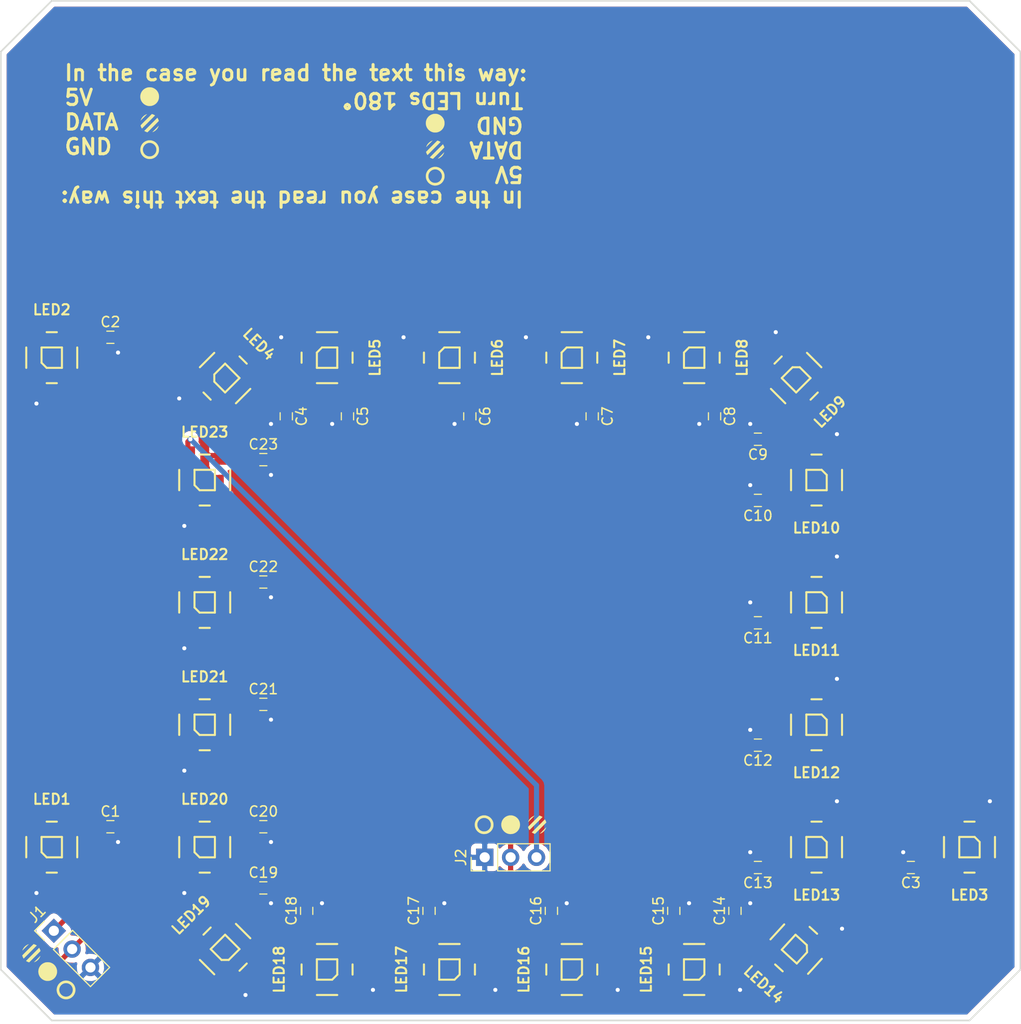
<source format=kicad_pcb>
(kicad_pcb (version 4) (host pcbnew 4.0.7)
  (layers (0 F.Cu signal) (31 B.Cu signal) (34 B.Paste user) (35 F.Paste user) (36 B.SilkS user) (37 F.SilkS user) (38 B.Mask user) (39 F.Mask user) (44 Edge.Cuts user))
  (net 0 "")
  (net 1 GND)
  (net 2 5V)
  (net 3 DATA_IN)
  (net 4 DATA_OUT)
  (net 5 "Net-(LED1-Pad2)")
  (net 6 "Net-(LED2-Pad2)")
  (net 7 "Net-(LED3-Pad2)")
  (net 8 "Net-(LED4-Pad2)")
  (net 9 "Net-(LED5-Pad2)")
  (net 10 "Net-(LED6-Pad2)")
  (net 11 "Net-(LED7-Pad2)")
  (net 12 DATA_INOUT_1)
  (net 13 "Net-(LED10-Pad4)")
  (net 14 "Net-(LED10-Pad2)")
  (net 15 "Net-(LED11-Pad2)")
  (net 16 "Net-(LED12-Pad2)")
  (net 17 "Net-(LED13-Pad2)")
  (net 18 "Net-(LED14-Pad2)")
  (net 19 "Net-(LED15-Pad2)")
  (net 20 DATA_INOUT_2)
  (net 21 "Net-(LED17-Pad2)")
  (net 22 "Net-(LED18-Pad2)")
  (net 23 "Net-(LED19-Pad2)")
  (net 24 "Net-(LED20-Pad2)")
  (net 25 "Net-(LED21-Pad2)")
  (net 26 "Net-(LED22-Pad2)")
  (module lib_fp:legend_item_round_circled (layer F.Cu) (at 137.4 130.8)
    (fp_text reference G*** hide)
    (fp_text value LOGO hide)
  )
  (module lib_fp:legend_item_round_stripe (layer F.Cu) (at 142.6 130.8)
    (fp_text reference G*** hide)
    (fp_text value LOGO hide)
  )
  (module lib_fp:legend_item_round_plain (layer F.Cu) (at 140 130.8)
    (fp_text reference G*** hide)
    (fp_text value LOGO hide)
  )
  (module lib_fp:legend_item_round_circled (layer F.Cu) (at 96.4 147)
    (fp_text reference G*** hide)
    (fp_text value LOGO hide)
  )
  (module lib_fp:legend_item_round_stripe (layer F.Cu) (at 93 143.4)
    (fp_text reference G*** hide)
    (fp_text value LOGO hide)
  )
  (module lib_fp:legend_item_round_plain (layer F.Cu) (at 94.6 145.2)
    (fp_text reference G*** hide)
    (fp_text value LOGO hide)
  )
  (module lib_fp:legend_item_round_circled (layer F.Cu) (at 132.6 67.2)
    (fp_text reference G*** hide)
    (fp_text value LOGO hide)
  )
  (module lib_fp:legend_item_round_stripe (layer F.Cu) (at 132.6 64.6)
    (fp_text reference G*** hide)
    (fp_text value LOGO hide)
  )
  (module lib_fp:legend_item_round_plain (layer F.Cu) (at 132.6 62)
    (fp_text reference G*** hide)
    (fp_text value LOGO hide)
  )
  (module Capacitors_SMD:C_0603 (layer F.Cu) (at 115.75 95)
    (fp_text reference C23 (at 0 -1.5) (layer F.SilkS))
    (fp_text value 100nF)
    (pad 2 smd rect (at 0.75 0) (size 0.8 0.75) (layers F.Cu F.Paste F.Mask) (net 1 GND))
    (pad 1 smd rect (at -0.75 0) (size 0.8 0.75) (layers F.Cu F.Paste F.Mask) (net 2 5V))
  )
  (module Capacitors_SMD:C_0603 (layer F.Cu) (at 115.75 107)
    (fp_text reference C22 (at 0 -1.5) (layer F.SilkS))
    (fp_text value 100nF)
    (pad 2 smd rect (at 0.75 0) (size 0.8 0.75) (layers F.Cu F.Paste F.Mask) (net 1 GND))
    (pad 1 smd rect (at -0.75 0) (size 0.8 0.75) (layers F.Cu F.Paste F.Mask) (net 2 5V))
  )
  (module Capacitors_SMD:C_0603 (layer F.Cu) (at 115.75 119)
    (fp_text reference C21 (at 0 -1.5) (layer F.SilkS))
    (fp_text value 100nF)
    (pad 2 smd rect (at 0.75 0) (size 0.8 0.75) (layers F.Cu F.Paste F.Mask) (net 1 GND))
    (pad 1 smd rect (at -0.75 0) (size 0.8 0.75) (layers F.Cu F.Paste F.Mask) (net 2 5V))
  )
  (module Pin_Headers:Pin_Header_Straight_1x03_Pitch2.54mm (layer F.Cu) (at 137.46 134 90)
    (fp_text reference J2 (at 0 -2.33 90) (layer F.SilkS))
    (fp_text value Conn_01x03)
    (pad 1 thru_hole rect (at 0 0 90) (size 1.7 1.7) (drill 1) (layers *.Cu *.Mask) (net 1 GND))
    (pad 2 thru_hole oval (at 0 2.54 90) (size 1.7 1.7) (drill 1) (layers *.Cu *.Mask) (net 2 5V))
    (pad 3 thru_hole oval (at 0 5.08 90) (size 1.7 1.7) (drill 1) (layers *.Cu *.Mask) (net 4 DATA_OUT))
  )
  (module Pin_Headers:Pin_Header_Straight_1x03_Pitch2.54mm (layer F.Cu) (at 95.203949 141.203949 45)
    (fp_text reference J1 (at 0 -2.33 45) (layer F.SilkS))
    (fp_text value Conn_01x03)
    (pad 1 thru_hole rect (at 0 0 45) (size 1.7 1.7) (drill 1) (layers *.Cu *.Mask) (net 3 DATA_IN))
    (pad 2 thru_hole oval (at 0 2.54 45) (size 1.7 1.7) (drill 1) (layers *.Cu *.Mask) (net 2 5V))
    (pad 3 thru_hole oval (at 0 5.08 45) (size 1.7 1.7) (drill 1) (layers *.Cu *.Mask) (net 1 GND))
  )
  (module Capacitors_SMD:C_0603 (layer F.Cu) (at 115.75 131)
    (fp_text reference C20 (at 0 -1.5) (layer F.SilkS))
    (fp_text value 100nF)
    (pad 2 smd rect (at 0.75 0) (size 0.8 0.75) (layers F.Cu F.Paste F.Mask) (net 1 GND))
    (pad 1 smd rect (at -0.75 0) (size 0.8 0.75) (layers F.Cu F.Paste F.Mask) (net 2 5V))
  )
  (module Capacitors_SMD:C_0603 (layer F.Cu) (at 115.75 137)
    (fp_text reference C19 (at 0 -1.5) (layer F.SilkS))
    (fp_text value 100nF)
    (pad 2 smd rect (at 0.75 0) (size 0.8 0.75) (layers F.Cu F.Paste F.Mask) (net 1 GND))
    (pad 1 smd rect (at -0.75 0) (size 0.8 0.75) (layers F.Cu F.Paste F.Mask) (net 2 5V))
  )
  (module Capacitors_SMD:C_0603 (layer F.Cu) (at 120 139.25 90)
    (fp_text reference C18 (at 0 -1.5 90) (layer F.SilkS))
    (fp_text value 100nF)
    (pad 2 smd rect (at 0.75 0 90) (size 0.8 0.75) (layers F.Cu F.Paste F.Mask) (net 1 GND))
    (pad 1 smd rect (at -0.75 0 90) (size 0.8 0.75) (layers F.Cu F.Paste F.Mask) (net 2 5V))
  )
  (module Capacitors_SMD:C_0603 (layer F.Cu) (at 132 139.25 90)
    (fp_text reference C17 (at 0 -1.5 90) (layer F.SilkS))
    (fp_text value 100nF)
    (pad 2 smd rect (at 0.75 0 90) (size 0.8 0.75) (layers F.Cu F.Paste F.Mask) (net 1 GND))
    (pad 1 smd rect (at -0.75 0 90) (size 0.8 0.75) (layers F.Cu F.Paste F.Mask) (net 2 5V))
  )
  (module Capacitors_SMD:C_0603 (layer F.Cu) (at 144 139.25 90)
    (fp_text reference C16 (at 0 -1.5 90) (layer F.SilkS))
    (fp_text value 100nF)
    (pad 2 smd rect (at 0.75 0 90) (size 0.8 0.75) (layers F.Cu F.Paste F.Mask) (net 1 GND))
    (pad 1 smd rect (at -0.75 0 90) (size 0.8 0.75) (layers F.Cu F.Paste F.Mask) (net 2 5V))
  )
  (module Capacitors_SMD:C_0603 (layer F.Cu) (at 156 139.25 90)
    (fp_text reference C15 (at 0 -1.5 90) (layer F.SilkS))
    (fp_text value 100nF)
    (pad 2 smd rect (at 0.75 0 90) (size 0.8 0.75) (layers F.Cu F.Paste F.Mask) (net 1 GND))
    (pad 1 smd rect (at -0.75 0 90) (size 0.8 0.75) (layers F.Cu F.Paste F.Mask) (net 2 5V))
  )
  (module Capacitors_SMD:C_0603 (layer F.Cu) (at 162 139.25 90)
    (fp_text reference C14 (at 0 -1.5 90) (layer F.SilkS))
    (fp_text value 100nF)
    (pad 2 smd rect (at 0.75 0 90) (size 0.8 0.75) (layers F.Cu F.Paste F.Mask) (net 1 GND))
    (pad 1 smd rect (at -0.75 0 90) (size 0.8 0.75) (layers F.Cu F.Paste F.Mask) (net 2 5V))
  )
  (module Capacitors_SMD:C_0603 (layer F.Cu) (at 164.25 135 180)
    (fp_text reference C13 (at 0 -1.5 180) (layer F.SilkS))
    (fp_text value 100nF)
    (pad 2 smd rect (at 0.75 0 180) (size 0.8 0.75) (layers F.Cu F.Paste F.Mask) (net 1 GND))
    (pad 1 smd rect (at -0.75 0 180) (size 0.8 0.75) (layers F.Cu F.Paste F.Mask) (net 2 5V))
  )
  (module Capacitors_SMD:C_0603 (layer F.Cu) (at 164.25 123 180)
    (fp_text reference C12 (at 0 -1.5 180) (layer F.SilkS))
    (fp_text value 100nF)
    (pad 2 smd rect (at 0.75 0 180) (size 0.8 0.75) (layers F.Cu F.Paste F.Mask) (net 1 GND))
    (pad 1 smd rect (at -0.75 0 180) (size 0.8 0.75) (layers F.Cu F.Paste F.Mask) (net 2 5V))
  )
  (module Capacitors_SMD:C_0603 (layer F.Cu) (at 164.25 111 180)
    (fp_text reference C11 (at 0 -1.5 180) (layer F.SilkS))
    (fp_text value 100nF)
    (pad 2 smd rect (at 0.75 0 180) (size 0.8 0.75) (layers F.Cu F.Paste F.Mask) (net 1 GND))
    (pad 1 smd rect (at -0.75 0 180) (size 0.8 0.75) (layers F.Cu F.Paste F.Mask) (net 2 5V))
  )
  (module Capacitors_SMD:C_0603 (layer F.Cu) (at 164.25 99 180)
    (fp_text reference C10 (at 0 -1.5 180) (layer F.SilkS))
    (fp_text value 100nF)
    (pad 2 smd rect (at 0.75 0 180) (size 0.8 0.75) (layers F.Cu F.Paste F.Mask) (net 1 GND))
    (pad 1 smd rect (at -0.75 0 180) (size 0.8 0.75) (layers F.Cu F.Paste F.Mask) (net 2 5V))
  )
  (module Capacitors_SMD:C_0603 (layer F.Cu) (at 164.25 93 180)
    (fp_text reference C9 (at 0 -1.5 180) (layer F.SilkS))
    (fp_text value 100nF)
    (pad 2 smd rect (at 0.75 0 180) (size 0.8 0.75) (layers F.Cu F.Paste F.Mask) (net 1 GND))
    (pad 1 smd rect (at -0.75 0 180) (size 0.8 0.75) (layers F.Cu F.Paste F.Mask) (net 2 5V))
  )
  (module Capacitors_SMD:C_0603 (layer F.Cu) (at 160 90.75 270)
    (fp_text reference C8 (at 0 -1.5 270) (layer F.SilkS))
    (fp_text value 100nF)
    (pad 2 smd rect (at 0.75 0 270) (size 0.8 0.75) (layers F.Cu F.Paste F.Mask) (net 1 GND))
    (pad 1 smd rect (at -0.75 0 270) (size 0.8 0.75) (layers F.Cu F.Paste F.Mask) (net 2 5V))
  )
  (module Capacitors_SMD:C_0603 (layer F.Cu) (at 148 90.75 270)
    (fp_text reference C7 (at 0 -1.5 270) (layer F.SilkS))
    (fp_text value 100nF)
    (pad 2 smd rect (at 0.75 0 270) (size 0.8 0.75) (layers F.Cu F.Paste F.Mask) (net 1 GND))
    (pad 1 smd rect (at -0.75 0 270) (size 0.8 0.75) (layers F.Cu F.Paste F.Mask) (net 2 5V))
  )
  (module Capacitors_SMD:C_0603 (layer F.Cu) (at 136 90.75 270)
    (fp_text reference C6 (at 0 -1.5 270) (layer F.SilkS))
    (fp_text value 100nF)
    (pad 2 smd rect (at 0.75 0 270) (size 0.8 0.75) (layers F.Cu F.Paste F.Mask) (net 1 GND))
    (pad 1 smd rect (at -0.75 0 270) (size 0.8 0.75) (layers F.Cu F.Paste F.Mask) (net 2 5V))
  )
  (module Capacitors_SMD:C_0603 (layer F.Cu) (at 124 90.75 270)
    (fp_text reference C5 (at 0 -1.5 270) (layer F.SilkS))
    (fp_text value 100nF)
    (pad 2 smd rect (at 0.75 0 270) (size 0.8 0.75) (layers F.Cu F.Paste F.Mask) (net 1 GND))
    (pad 1 smd rect (at -0.75 0 270) (size 0.8 0.75) (layers F.Cu F.Paste F.Mask) (net 2 5V))
  )
  (module Capacitors_SMD:C_0603 (layer F.Cu) (at 118 90.75 270)
    (fp_text reference C4 (at 0 -1.5 270) (layer F.SilkS))
    (fp_text value 100nF)
    (pad 2 smd rect (at 0.75 0 270) (size 0.8 0.75) (layers F.Cu F.Paste F.Mask) (net 1 GND))
    (pad 1 smd rect (at -0.75 0 270) (size 0.8 0.75) (layers F.Cu F.Paste F.Mask) (net 2 5V))
  )
  (module Capacitors_SMD:C_0603 (layer F.Cu) (at 179.25 135 180)
    (fp_text reference C3 (at 0 -1.5 180) (layer F.SilkS))
    (fp_text value 100nF)
    (pad 2 smd rect (at 0.75 0 180) (size 0.8 0.75) (layers F.Cu F.Paste F.Mask) (net 1 GND))
    (pad 1 smd rect (at -0.75 0 180) (size 0.8 0.75) (layers F.Cu F.Paste F.Mask) (net 2 5V))
  )
  (module Capacitors_SMD:C_0603 (layer F.Cu) (at 100.75 83)
    (fp_text reference C2 (at 0 -1.5) (layer F.SilkS))
    (fp_text value 100nF)
    (pad 2 smd rect (at 0.75 0) (size 0.8 0.75) (layers F.Cu F.Paste F.Mask) (net 1 GND))
    (pad 1 smd rect (at -0.75 0) (size 0.8 0.75) (layers F.Cu F.Paste F.Mask) (net 2 5V))
  )
  (module Capacitors_SMD:C_0603 (layer F.Cu) (at 100.75 131)
    (fp_text reference C1 (at 0 -1.5) (layer F.SilkS))
    (fp_text value 100nF)
    (pad 2 smd rect (at 0.75 0) (size 0.8 0.75) (layers F.Cu F.Paste F.Mask) (net 1 GND))
    (pad 1 smd rect (at -0.75 0) (size 0.8 0.75) (layers F.Cu F.Paste F.Mask) (net 2 5V))
  )
  (module lib_fp:WS2812B_data-bridgeable (layer F.Cu) (at 95 85)
    (fp_text reference LED2 (at 0 -4.7) (layer F.SilkS) (effects (font (thickness 0.2))))
    (fp_text value WS2812B hide)
    (pad 1 smd rect (at 1.65 -2.4) (size 1.4 1.8) (layers F.Cu F.Paste F.Mask) (net 2 5V))
    (pad 2 smd rect (at -1.65 -2.4) (size 1.4 1.8) (layers F.Cu F.Paste F.Mask) (net 6 "Net-(LED2-Pad2)"))
    (pad 3 smd rect (at -1.65 2.4) (size 1.4 1.8) (layers F.Cu F.Paste F.Mask) (net 1 GND))
    (pad 4 smd rect (at 1.65 2.4) (size 1.4 1.8) (layers F.Cu F.Paste F.Mask) (net 5 "Net-(LED1-Pad2)"))
    (pad 4 smd rect (at 1.6 1) (size 0.5 3) (layers F.Cu) (net 5 "Net-(LED1-Pad2)"))
    (pad 2 smd rect (at -1 0) (size 1.7 1) (layers F.Cu) (net 6 "Net-(LED2-Pad2)"))
    (pad 4 smd rect (at 1 0) (size 1.7 1) (layers F.Cu) (net 5 "Net-(LED1-Pad2)"))
    (pad 2 smd rect (at -1.6 -1) (size 0.5 3) (layers F.Cu) (net 6 "Net-(LED2-Pad2)"))
    (pad 4 smd rect (at 0.4 0) (size 0.5 1) (layers F.Cu F.Mask) (net 5 "Net-(LED1-Pad2)"))
    (pad 2 smd rect (at -0.4 0) (size 0.5 1) (layers F.Cu F.Mask) (net 6 "Net-(LED2-Pad2)"))
    (pad 2 smd rect (at -1.6 -0.3) (size 0.5 1.6) (layers F.Cu) (net 6 "Net-(LED2-Pad2)"))
    (pad 4 smd rect (at 1.6 0.3) (size 0.5 1.6) (layers F.Cu) (net 5 "Net-(LED1-Pad2)"))
  )
  (module lib_fp:WS2812B_data-bridgeable (layer F.Cu) (at 110 97)
    (fp_text reference LED23 (at 0 -4.7) (layer F.SilkS) (effects (font (thickness 0.2))))
    (fp_text value WS2812B hide)
    (pad 1 smd rect (at 1.65 -2.4) (size 1.4 1.8) (layers F.Cu F.Paste F.Mask) (net 2 5V))
    (pad 2 smd rect (at -1.65 -2.4) (size 1.4 1.8) (layers F.Cu F.Paste F.Mask) (net 4 DATA_OUT))
    (pad 3 smd rect (at -1.65 2.4) (size 1.4 1.8) (layers F.Cu F.Paste F.Mask) (net 1 GND))
    (pad 4 smd rect (at 1.65 2.4) (size 1.4 1.8) (layers F.Cu F.Paste F.Mask) (net 26 "Net-(LED22-Pad2)"))
    (pad 4 smd rect (at 1.6 1) (size 0.5 3) (layers F.Cu) (net 26 "Net-(LED22-Pad2)"))
    (pad 2 smd rect (at -1 0) (size 1.7 1) (layers F.Cu) (net 4 DATA_OUT))
    (pad 4 smd rect (at 1 0) (size 1.7 1) (layers F.Cu) (net 26 "Net-(LED22-Pad2)"))
    (pad 2 smd rect (at -1.6 -1) (size 0.5 3) (layers F.Cu) (net 4 DATA_OUT))
    (pad 4 smd rect (at 0.4 0) (size 0.5 1) (layers F.Cu F.Mask) (net 26 "Net-(LED22-Pad2)"))
    (pad 2 smd rect (at -0.4 0) (size 0.5 1) (layers F.Cu F.Mask) (net 4 DATA_OUT))
    (pad 2 smd rect (at -1.6 -0.3) (size 0.5 1.6) (layers F.Cu) (net 4 DATA_OUT))
    (pad 4 smd rect (at 1.6 0.3) (size 0.5 1.6) (layers F.Cu) (net 26 "Net-(LED22-Pad2)"))
  )
  (module lib_fp:WS2812B_data-bridgeable (layer F.Cu) (at 110 109)
    (fp_text reference LED22 (at 0 -4.7) (layer F.SilkS) (effects (font (thickness 0.2))))
    (fp_text value WS2812B hide)
    (pad 1 smd rect (at 1.65 -2.4) (size 1.4 1.8) (layers F.Cu F.Paste F.Mask) (net 2 5V))
    (pad 2 smd rect (at -1.65 -2.4) (size 1.4 1.8) (layers F.Cu F.Paste F.Mask) (net 26 "Net-(LED22-Pad2)"))
    (pad 3 smd rect (at -1.65 2.4) (size 1.4 1.8) (layers F.Cu F.Paste F.Mask) (net 1 GND))
    (pad 4 smd rect (at 1.65 2.4) (size 1.4 1.8) (layers F.Cu F.Paste F.Mask) (net 25 "Net-(LED21-Pad2)"))
    (pad 4 smd rect (at 1.6 1) (size 0.5 3) (layers F.Cu) (net 25 "Net-(LED21-Pad2)"))
    (pad 2 smd rect (at -1 0) (size 1.7 1) (layers F.Cu) (net 26 "Net-(LED22-Pad2)"))
    (pad 4 smd rect (at 1 0) (size 1.7 1) (layers F.Cu) (net 25 "Net-(LED21-Pad2)"))
    (pad 2 smd rect (at -1.6 -1) (size 0.5 3) (layers F.Cu) (net 26 "Net-(LED22-Pad2)"))
    (pad 4 smd rect (at 0.4 0) (size 0.5 1) (layers F.Cu F.Mask) (net 25 "Net-(LED21-Pad2)"))
    (pad 2 smd rect (at -0.4 0) (size 0.5 1) (layers F.Cu F.Mask) (net 26 "Net-(LED22-Pad2)"))
    (pad 2 smd rect (at -1.6 -0.3) (size 0.5 1.6) (layers F.Cu) (net 26 "Net-(LED22-Pad2)"))
    (pad 4 smd rect (at 1.6 0.3) (size 0.5 1.6) (layers F.Cu) (net 25 "Net-(LED21-Pad2)"))
  )
  (module lib_fp:WS2812B_data-bridgeable (layer F.Cu) (at 110 121)
    (fp_text reference LED21 (at 0 -4.7) (layer F.SilkS) (effects (font (thickness 0.2))))
    (fp_text value WS2812B hide)
    (pad 1 smd rect (at 1.65 -2.4) (size 1.4 1.8) (layers F.Cu F.Paste F.Mask) (net 2 5V))
    (pad 2 smd rect (at -1.65 -2.4) (size 1.4 1.8) (layers F.Cu F.Paste F.Mask) (net 25 "Net-(LED21-Pad2)"))
    (pad 3 smd rect (at -1.65 2.4) (size 1.4 1.8) (layers F.Cu F.Paste F.Mask) (net 1 GND))
    (pad 4 smd rect (at 1.65 2.4) (size 1.4 1.8) (layers F.Cu F.Paste F.Mask) (net 24 "Net-(LED20-Pad2)"))
    (pad 4 smd rect (at 1.6 1) (size 0.5 3) (layers F.Cu) (net 24 "Net-(LED20-Pad2)"))
    (pad 2 smd rect (at -1 0) (size 1.7 1) (layers F.Cu) (net 25 "Net-(LED21-Pad2)"))
    (pad 4 smd rect (at 1 0) (size 1.7 1) (layers F.Cu) (net 24 "Net-(LED20-Pad2)"))
    (pad 2 smd rect (at -1.6 -1) (size 0.5 3) (layers F.Cu) (net 25 "Net-(LED21-Pad2)"))
    (pad 4 smd rect (at 0.4 0) (size 0.5 1) (layers F.Cu F.Mask) (net 24 "Net-(LED20-Pad2)"))
    (pad 2 smd rect (at -0.4 0) (size 0.5 1) (layers F.Cu F.Mask) (net 25 "Net-(LED21-Pad2)"))
    (pad 2 smd rect (at -1.6 -0.3) (size 0.5 1.6) (layers F.Cu) (net 25 "Net-(LED21-Pad2)"))
    (pad 4 smd rect (at 1.6 0.3) (size 0.5 1.6) (layers F.Cu) (net 24 "Net-(LED20-Pad2)"))
  )
  (module lib_fp:WS2812B_data-bridgeable (layer F.Cu) (at 110 133)
    (fp_text reference LED20 (at 0 -4.7) (layer F.SilkS) (effects (font (thickness 0.2))))
    (fp_text value WS2812B hide)
    (pad 1 smd rect (at 1.65 -2.4) (size 1.4 1.8) (layers F.Cu F.Paste F.Mask) (net 2 5V))
    (pad 2 smd rect (at -1.65 -2.4) (size 1.4 1.8) (layers F.Cu F.Paste F.Mask) (net 24 "Net-(LED20-Pad2)"))
    (pad 3 smd rect (at -1.65 2.4) (size 1.4 1.8) (layers F.Cu F.Paste F.Mask) (net 1 GND))
    (pad 4 smd rect (at 1.65 2.4) (size 1.4 1.8) (layers F.Cu F.Paste F.Mask) (net 23 "Net-(LED19-Pad2)"))
    (pad 4 smd rect (at 1.6 1) (size 0.5 3) (layers F.Cu) (net 23 "Net-(LED19-Pad2)"))
    (pad 2 smd rect (at -1 0) (size 1.7 1) (layers F.Cu) (net 24 "Net-(LED20-Pad2)"))
    (pad 4 smd rect (at 1 0) (size 1.7 1) (layers F.Cu) (net 23 "Net-(LED19-Pad2)"))
    (pad 2 smd rect (at -1.6 -1) (size 0.5 3) (layers F.Cu) (net 24 "Net-(LED20-Pad2)"))
    (pad 4 smd rect (at 0.4 0) (size 0.5 1) (layers F.Cu F.Mask) (net 23 "Net-(LED19-Pad2)"))
    (pad 2 smd rect (at -0.4 0) (size 0.5 1) (layers F.Cu F.Mask) (net 24 "Net-(LED20-Pad2)"))
    (pad 2 smd rect (at -1.6 -0.3) (size 0.5 1.6) (layers F.Cu) (net 24 "Net-(LED20-Pad2)"))
    (pad 4 smd rect (at 1.6 0.3) (size 0.5 1.6) (layers F.Cu) (net 23 "Net-(LED19-Pad2)"))
  )
  (module lib_fp:WS2812B_data-bridgeable (layer F.Cu) (at 112 143 45)
    (fp_text reference LED19 (at 0 -4.7 45) (layer F.SilkS) (effects (font (thickness 0.2))))
    (fp_text value WS2812B hide)
    (pad 1 smd rect (at 1.65 -2.4 45) (size 1.4 1.8) (layers F.Cu F.Paste F.Mask) (net 2 5V))
    (pad 2 smd rect (at -1.65 -2.4 45) (size 1.4 1.8) (layers F.Cu F.Paste F.Mask) (net 23 "Net-(LED19-Pad2)"))
    (pad 3 smd rect (at -1.65 2.4 45) (size 1.4 1.8) (layers F.Cu F.Paste F.Mask) (net 1 GND))
    (pad 4 smd rect (at 1.65 2.4 45) (size 1.4 1.8) (layers F.Cu F.Paste F.Mask) (net 22 "Net-(LED18-Pad2)"))
    (pad 4 smd rect (at 1.6 1 45) (size 0.5 3) (layers F.Cu) (net 22 "Net-(LED18-Pad2)"))
    (pad 2 smd rect (at -1 0 45) (size 1.7 1) (layers F.Cu) (net 23 "Net-(LED19-Pad2)"))
    (pad 4 smd rect (at 1 0 45) (size 1.7 1) (layers F.Cu) (net 22 "Net-(LED18-Pad2)"))
    (pad 2 smd rect (at -1.6 -1 45) (size 0.5 3) (layers F.Cu) (net 23 "Net-(LED19-Pad2)"))
    (pad 4 smd rect (at 0.4 0 45) (size 0.5 1) (layers F.Cu F.Mask) (net 22 "Net-(LED18-Pad2)"))
    (pad 2 smd rect (at -0.4 0 45) (size 0.5 1) (layers F.Cu F.Mask) (net 23 "Net-(LED19-Pad2)"))
    (pad 2 smd rect (at -1.6 -0.3 45) (size 0.5 1.6) (layers F.Cu) (net 23 "Net-(LED19-Pad2)"))
    (pad 4 smd rect (at 1.6 0.3 45) (size 0.5 1.6) (layers F.Cu) (net 22 "Net-(LED18-Pad2)"))
  )
  (module lib_fp:WS2812B_data-bridgeable (layer F.Cu) (at 122 145 90)
    (fp_text reference LED18 (at 0 -4.7 90) (layer F.SilkS) (effects (font (thickness 0.2))))
    (fp_text value WS2812B hide)
    (pad 1 smd rect (at 1.65 -2.4 90) (size 1.4 1.8) (layers F.Cu F.Paste F.Mask) (net 2 5V))
    (pad 2 smd rect (at -1.65 -2.4 90) (size 1.4 1.8) (layers F.Cu F.Paste F.Mask) (net 22 "Net-(LED18-Pad2)"))
    (pad 3 smd rect (at -1.65 2.4 90) (size 1.4 1.8) (layers F.Cu F.Paste F.Mask) (net 1 GND))
    (pad 4 smd rect (at 1.65 2.4 90) (size 1.4 1.8) (layers F.Cu F.Paste F.Mask) (net 21 "Net-(LED17-Pad2)"))
    (pad 4 smd rect (at 1.6 1 90) (size 0.5 3) (layers F.Cu) (net 21 "Net-(LED17-Pad2)"))
    (pad 2 smd rect (at -1 0 90) (size 1.7 1) (layers F.Cu) (net 22 "Net-(LED18-Pad2)"))
    (pad 4 smd rect (at 1 0 90) (size 1.7 1) (layers F.Cu) (net 21 "Net-(LED17-Pad2)"))
    (pad 2 smd rect (at -1.6 -1 90) (size 0.5 3) (layers F.Cu) (net 22 "Net-(LED18-Pad2)"))
    (pad 4 smd rect (at 0.4 0 90) (size 0.5 1) (layers F.Cu F.Mask) (net 21 "Net-(LED17-Pad2)"))
    (pad 2 smd rect (at -0.4 0 90) (size 0.5 1) (layers F.Cu F.Mask) (net 22 "Net-(LED18-Pad2)"))
    (pad 2 smd rect (at -1.6 -0.3 90) (size 0.5 1.6) (layers F.Cu) (net 22 "Net-(LED18-Pad2)"))
    (pad 4 smd rect (at 1.6 0.3 90) (size 0.5 1.6) (layers F.Cu) (net 21 "Net-(LED17-Pad2)"))
  )
  (module lib_fp:WS2812B_data-bridgeable (layer F.Cu) (at 134 145 90)
    (fp_text reference LED17 (at 0 -4.7 90) (layer F.SilkS) (effects (font (thickness 0.2))))
    (fp_text value WS2812B hide)
    (pad 1 smd rect (at 1.65 -2.4 90) (size 1.4 1.8) (layers F.Cu F.Paste F.Mask) (net 2 5V))
    (pad 2 smd rect (at -1.65 -2.4 90) (size 1.4 1.8) (layers F.Cu F.Paste F.Mask) (net 21 "Net-(LED17-Pad2)"))
    (pad 3 smd rect (at -1.65 2.4 90) (size 1.4 1.8) (layers F.Cu F.Paste F.Mask) (net 1 GND))
    (pad 4 smd rect (at 1.65 2.4 90) (size 1.4 1.8) (layers F.Cu F.Paste F.Mask) (net 20 DATA_INOUT_2))
    (pad 4 smd rect (at 1.6 1 90) (size 0.5 3) (layers F.Cu) (net 20 DATA_INOUT_2))
    (pad 2 smd rect (at -1 0 90) (size 1.7 1) (layers F.Cu) (net 21 "Net-(LED17-Pad2)"))
    (pad 4 smd rect (at 1 0 90) (size 1.7 1) (layers F.Cu) (net 20 DATA_INOUT_2))
    (pad 2 smd rect (at -1.6 -1 90) (size 0.5 3) (layers F.Cu) (net 21 "Net-(LED17-Pad2)"))
    (pad 4 smd rect (at 0.4 0 90) (size 0.5 1) (layers F.Cu F.Mask) (net 20 DATA_INOUT_2))
    (pad 2 smd rect (at -0.4 0 90) (size 0.5 1) (layers F.Cu F.Mask) (net 21 "Net-(LED17-Pad2)"))
    (pad 2 smd rect (at -1.6 -0.3 90) (size 0.5 1.6) (layers F.Cu) (net 21 "Net-(LED17-Pad2)"))
    (pad 4 smd rect (at 1.6 0.3 90) (size 0.5 1.6) (layers F.Cu) (net 20 DATA_INOUT_2))
  )
  (module lib_fp:WS2812B_data-bridgeable (layer F.Cu) (at 146 145 90)
    (fp_text reference LED16 (at 0 -4.7 90) (layer F.SilkS) (effects (font (thickness 0.2))))
    (fp_text value WS2812B hide)
    (pad 1 smd rect (at 1.65 -2.4 90) (size 1.4 1.8) (layers F.Cu F.Paste F.Mask) (net 2 5V))
    (pad 2 smd rect (at -1.65 -2.4 90) (size 1.4 1.8) (layers F.Cu F.Paste F.Mask) (net 20 DATA_INOUT_2))
    (pad 3 smd rect (at -1.65 2.4 90) (size 1.4 1.8) (layers F.Cu F.Paste F.Mask) (net 1 GND))
    (pad 4 smd rect (at 1.65 2.4 90) (size 1.4 1.8) (layers F.Cu F.Paste F.Mask) (net 19 "Net-(LED15-Pad2)"))
    (pad 4 smd rect (at 1.6 1 90) (size 0.5 3) (layers F.Cu) (net 19 "Net-(LED15-Pad2)"))
    (pad 2 smd rect (at -1 0 90) (size 1.7 1) (layers F.Cu) (net 20 DATA_INOUT_2))
    (pad 4 smd rect (at 1 0 90) (size 1.7 1) (layers F.Cu) (net 19 "Net-(LED15-Pad2)"))
    (pad 2 smd rect (at -1.6 -1 90) (size 0.5 3) (layers F.Cu) (net 20 DATA_INOUT_2))
    (pad 4 smd rect (at 0.4 0 90) (size 0.5 1) (layers F.Cu F.Mask) (net 19 "Net-(LED15-Pad2)"))
    (pad 2 smd rect (at -0.4 0 90) (size 0.5 1) (layers F.Cu F.Mask) (net 20 DATA_INOUT_2))
    (pad 2 smd rect (at -1.6 -0.3 90) (size 0.5 1.6) (layers F.Cu) (net 20 DATA_INOUT_2))
    (pad 4 smd rect (at 1.6 0.3 90) (size 0.5 1.6) (layers F.Cu) (net 19 "Net-(LED15-Pad2)"))
  )
  (module lib_fp:WS2812B_data-bridgeable (layer F.Cu) (at 158 145 90)
    (fp_text reference LED15 (at 0 -4.7 90) (layer F.SilkS) (effects (font (thickness 0.2))))
    (fp_text value WS2812B hide)
    (pad 1 smd rect (at 1.65 -2.4 90) (size 1.4 1.8) (layers F.Cu F.Paste F.Mask) (net 2 5V))
    (pad 2 smd rect (at -1.65 -2.4 90) (size 1.4 1.8) (layers F.Cu F.Paste F.Mask) (net 19 "Net-(LED15-Pad2)"))
    (pad 3 smd rect (at -1.65 2.4 90) (size 1.4 1.8) (layers F.Cu F.Paste F.Mask) (net 1 GND))
    (pad 4 smd rect (at 1.65 2.4 90) (size 1.4 1.8) (layers F.Cu F.Paste F.Mask) (net 18 "Net-(LED14-Pad2)"))
    (pad 4 smd rect (at 1.6 1 90) (size 0.5 3) (layers F.Cu) (net 18 "Net-(LED14-Pad2)"))
    (pad 2 smd rect (at -1 0 90) (size 1.7 1) (layers F.Cu) (net 19 "Net-(LED15-Pad2)"))
    (pad 4 smd rect (at 1 0 90) (size 1.7 1) (layers F.Cu) (net 18 "Net-(LED14-Pad2)"))
    (pad 2 smd rect (at -1.6 -1 90) (size 0.5 3) (layers F.Cu) (net 19 "Net-(LED15-Pad2)"))
    (pad 4 smd rect (at 0.4 0 90) (size 0.5 1) (layers F.Cu F.Mask) (net 18 "Net-(LED14-Pad2)"))
    (pad 2 smd rect (at -0.4 0 90) (size 0.5 1) (layers F.Cu F.Mask) (net 19 "Net-(LED15-Pad2)"))
    (pad 2 smd rect (at -1.6 -0.3 90) (size 0.5 1.6) (layers F.Cu) (net 19 "Net-(LED15-Pad2)"))
    (pad 4 smd rect (at 1.6 0.3 90) (size 0.5 1.6) (layers F.Cu) (net 18 "Net-(LED14-Pad2)"))
  )
  (module lib_fp:WS2812B_data-bridgeable (layer F.Cu) (at 168 143 137.5)
    (fp_text reference LED14 (at 0 -4.7 137.5) (layer F.SilkS) (effects (font (thickness 0.2))))
    (fp_text value WS2812B hide)
    (pad 1 smd rect (at 1.65 -2.4 137.5) (size 1.4 1.8) (layers F.Cu F.Paste F.Mask) (net 2 5V))
    (pad 2 smd rect (at -1.65 -2.4 137.5) (size 1.4 1.8) (layers F.Cu F.Paste F.Mask) (net 18 "Net-(LED14-Pad2)"))
    (pad 3 smd rect (at -1.65 2.4 137.5) (size 1.4 1.8) (layers F.Cu F.Paste F.Mask) (net 1 GND))
    (pad 4 smd rect (at 1.65 2.4 137.5) (size 1.4 1.8) (layers F.Cu F.Paste F.Mask) (net 17 "Net-(LED13-Pad2)"))
    (pad 4 smd rect (at 1.6 1 137.5) (size 0.5 3) (layers F.Cu) (net 17 "Net-(LED13-Pad2)"))
    (pad 2 smd rect (at -1 0 137.5) (size 1.7 1) (layers F.Cu) (net 18 "Net-(LED14-Pad2)"))
    (pad 4 smd rect (at 1 0 137.5) (size 1.7 1) (layers F.Cu) (net 17 "Net-(LED13-Pad2)"))
    (pad 2 smd rect (at -1.6 -1 137.5) (size 0.5 3) (layers F.Cu) (net 18 "Net-(LED14-Pad2)"))
    (pad 4 smd rect (at 0.4 0 137.5) (size 0.5 1) (layers F.Cu F.Mask) (net 17 "Net-(LED13-Pad2)"))
    (pad 2 smd rect (at -0.4 0 137.5) (size 0.5 1) (layers F.Cu F.Mask) (net 18 "Net-(LED14-Pad2)"))
    (pad 2 smd rect (at -1.6 -0.3 137.5) (size 0.5 1.6) (layers F.Cu) (net 18 "Net-(LED14-Pad2)"))
    (pad 4 smd rect (at 1.6 0.3 137.5) (size 0.5 1.6) (layers F.Cu) (net 17 "Net-(LED13-Pad2)"))
  )
  (module lib_fp:WS2812B_data-bridgeable (layer F.Cu) (at 170 133 180)
    (fp_text reference LED13 (at 0 -4.7 180) (layer F.SilkS) (effects (font (thickness 0.2))))
    (fp_text value WS2812B hide)
    (pad 1 smd rect (at 1.65 -2.4 180) (size 1.4 1.8) (layers F.Cu F.Paste F.Mask) (net 2 5V))
    (pad 2 smd rect (at -1.65 -2.4 180) (size 1.4 1.8) (layers F.Cu F.Paste F.Mask) (net 17 "Net-(LED13-Pad2)"))
    (pad 3 smd rect (at -1.65 2.4 180) (size 1.4 1.8) (layers F.Cu F.Paste F.Mask) (net 1 GND))
    (pad 4 smd rect (at 1.65 2.4 180) (size 1.4 1.8) (layers F.Cu F.Paste F.Mask) (net 16 "Net-(LED12-Pad2)"))
    (pad 4 smd rect (at 1.6 1 180) (size 0.5 3) (layers F.Cu) (net 16 "Net-(LED12-Pad2)"))
    (pad 2 smd rect (at -1 0 180) (size 1.7 1) (layers F.Cu) (net 17 "Net-(LED13-Pad2)"))
    (pad 4 smd rect (at 1 0 180) (size 1.7 1) (layers F.Cu) (net 16 "Net-(LED12-Pad2)"))
    (pad 2 smd rect (at -1.6 -1 180) (size 0.5 3) (layers F.Cu) (net 17 "Net-(LED13-Pad2)"))
    (pad 4 smd rect (at 0.4 0 180) (size 0.5 1) (layers F.Cu F.Mask) (net 16 "Net-(LED12-Pad2)"))
    (pad 2 smd rect (at -0.4 0 180) (size 0.5 1) (layers F.Cu F.Mask) (net 17 "Net-(LED13-Pad2)"))
    (pad 2 smd rect (at -1.6 -0.3 180) (size 0.5 1.6) (layers F.Cu) (net 17 "Net-(LED13-Pad2)"))
    (pad 4 smd rect (at 1.6 0.3 180) (size 0.5 1.6) (layers F.Cu) (net 16 "Net-(LED12-Pad2)"))
  )
  (module lib_fp:WS2812B_data-bridgeable (layer F.Cu) (at 170 121 180)
    (fp_text reference LED12 (at 0 -4.7 180) (layer F.SilkS) (effects (font (thickness 0.2))))
    (fp_text value WS2812B hide)
    (pad 1 smd rect (at 1.65 -2.4 180) (size 1.4 1.8) (layers F.Cu F.Paste F.Mask) (net 2 5V))
    (pad 2 smd rect (at -1.65 -2.4 180) (size 1.4 1.8) (layers F.Cu F.Paste F.Mask) (net 16 "Net-(LED12-Pad2)"))
    (pad 3 smd rect (at -1.65 2.4 180) (size 1.4 1.8) (layers F.Cu F.Paste F.Mask) (net 1 GND))
    (pad 4 smd rect (at 1.65 2.4 180) (size 1.4 1.8) (layers F.Cu F.Paste F.Mask) (net 15 "Net-(LED11-Pad2)"))
    (pad 4 smd rect (at 1.6 1 180) (size 0.5 3) (layers F.Cu) (net 15 "Net-(LED11-Pad2)"))
    (pad 2 smd rect (at -1 0 180) (size 1.7 1) (layers F.Cu) (net 16 "Net-(LED12-Pad2)"))
    (pad 4 smd rect (at 1 0 180) (size 1.7 1) (layers F.Cu) (net 15 "Net-(LED11-Pad2)"))
    (pad 2 smd rect (at -1.6 -1 180) (size 0.5 3) (layers F.Cu) (net 16 "Net-(LED12-Pad2)"))
    (pad 4 smd rect (at 0.4 0 180) (size 0.5 1) (layers F.Cu F.Mask) (net 15 "Net-(LED11-Pad2)"))
    (pad 2 smd rect (at -0.4 0 180) (size 0.5 1) (layers F.Cu F.Mask) (net 16 "Net-(LED12-Pad2)"))
    (pad 2 smd rect (at -1.6 -0.3 180) (size 0.5 1.6) (layers F.Cu) (net 16 "Net-(LED12-Pad2)"))
    (pad 4 smd rect (at 1.6 0.3 180) (size 0.5 1.6) (layers F.Cu) (net 15 "Net-(LED11-Pad2)"))
  )
  (module lib_fp:WS2812B_data-bridgeable (layer F.Cu) (at 170 109 180)
    (fp_text reference LED11 (at 0 -4.7 180) (layer F.SilkS) (effects (font (thickness 0.2))))
    (fp_text value WS2812B hide)
    (pad 1 smd rect (at 1.65 -2.4 180) (size 1.4 1.8) (layers F.Cu F.Paste F.Mask) (net 2 5V))
    (pad 2 smd rect (at -1.65 -2.4 180) (size 1.4 1.8) (layers F.Cu F.Paste F.Mask) (net 15 "Net-(LED11-Pad2)"))
    (pad 3 smd rect (at -1.65 2.4 180) (size 1.4 1.8) (layers F.Cu F.Paste F.Mask) (net 1 GND))
    (pad 4 smd rect (at 1.65 2.4 180) (size 1.4 1.8) (layers F.Cu F.Paste F.Mask) (net 14 "Net-(LED10-Pad2)"))
    (pad 4 smd rect (at 1.6 1 180) (size 0.5 3) (layers F.Cu) (net 14 "Net-(LED10-Pad2)"))
    (pad 2 smd rect (at -1 0 180) (size 1.7 1) (layers F.Cu) (net 15 "Net-(LED11-Pad2)"))
    (pad 4 smd rect (at 1 0 180) (size 1.7 1) (layers F.Cu) (net 14 "Net-(LED10-Pad2)"))
    (pad 2 smd rect (at -1.6 -1 180) (size 0.5 3) (layers F.Cu) (net 15 "Net-(LED11-Pad2)"))
    (pad 4 smd rect (at 0.4 0 180) (size 0.5 1) (layers F.Cu F.Mask) (net 14 "Net-(LED10-Pad2)"))
    (pad 2 smd rect (at -0.4 0 180) (size 0.5 1) (layers F.Cu F.Mask) (net 15 "Net-(LED11-Pad2)"))
    (pad 2 smd rect (at -1.6 -0.3 180) (size 0.5 1.6) (layers F.Cu) (net 15 "Net-(LED11-Pad2)"))
    (pad 4 smd rect (at 1.6 0.3 180) (size 0.5 1.6) (layers F.Cu) (net 14 "Net-(LED10-Pad2)"))
  )
  (module lib_fp:WS2812B_data-bridgeable (layer F.Cu) (at 170 97 180)
    (fp_text reference LED10 (at 0 -4.7 180) (layer F.SilkS) (effects (font (thickness 0.2))))
    (fp_text value WS2812B hide)
    (pad 1 smd rect (at 1.65 -2.4 180) (size 1.4 1.8) (layers F.Cu F.Paste F.Mask) (net 2 5V))
    (pad 2 smd rect (at -1.65 -2.4 180) (size 1.4 1.8) (layers F.Cu F.Paste F.Mask) (net 14 "Net-(LED10-Pad2)"))
    (pad 3 smd rect (at -1.65 2.4 180) (size 1.4 1.8) (layers F.Cu F.Paste F.Mask) (net 1 GND))
    (pad 4 smd rect (at 1.65 2.4 180) (size 1.4 1.8) (layers F.Cu F.Paste F.Mask) (net 13 "Net-(LED10-Pad4)"))
    (pad 4 smd rect (at 1.6 1 180) (size 0.5 3) (layers F.Cu) (net 13 "Net-(LED10-Pad4)"))
    (pad 2 smd rect (at -1 0 180) (size 1.7 1) (layers F.Cu) (net 14 "Net-(LED10-Pad2)"))
    (pad 4 smd rect (at 1 0 180) (size 1.7 1) (layers F.Cu) (net 13 "Net-(LED10-Pad4)"))
    (pad 2 smd rect (at -1.6 -1 180) (size 0.5 3) (layers F.Cu) (net 14 "Net-(LED10-Pad2)"))
    (pad 4 smd rect (at 0.4 0 180) (size 0.5 1) (layers F.Cu F.Mask) (net 13 "Net-(LED10-Pad4)"))
    (pad 2 smd rect (at -0.4 0 180) (size 0.5 1) (layers F.Cu F.Mask) (net 14 "Net-(LED10-Pad2)"))
    (pad 2 smd rect (at -1.6 -0.3 180) (size 0.5 1.6) (layers F.Cu) (net 14 "Net-(LED10-Pad2)"))
    (pad 4 smd rect (at 1.6 0.3 180) (size 0.5 1.6) (layers F.Cu) (net 13 "Net-(LED10-Pad4)"))
  )
  (module lib_fp:WS2812B_data-bridgeable (layer F.Cu) (at 168 87 225)
    (fp_text reference LED9 (at 0 -4.7 225) (layer F.SilkS) (effects (font (thickness 0.2))))
    (fp_text value WS2812B hide)
    (pad 1 smd rect (at 1.65 -2.4 225) (size 1.4 1.8) (layers F.Cu F.Paste F.Mask) (net 2 5V))
    (pad 2 smd rect (at -1.65 -2.4 225) (size 1.4 1.8) (layers F.Cu F.Paste F.Mask) (net 13 "Net-(LED10-Pad4)"))
    (pad 3 smd rect (at -1.65 2.4 225) (size 1.4 1.8) (layers F.Cu F.Paste F.Mask) (net 1 GND))
    (pad 4 smd rect (at 1.65 2.4 225) (size 1.4 1.8) (layers F.Cu F.Paste F.Mask) (net 12 DATA_INOUT_1))
    (pad 4 smd rect (at 1.6 1 225) (size 0.5 3) (layers F.Cu) (net 12 DATA_INOUT_1))
    (pad 2 smd rect (at -1 0 225) (size 1.7 1) (layers F.Cu) (net 13 "Net-(LED10-Pad4)"))
    (pad 4 smd rect (at 1 0 225) (size 1.7 1) (layers F.Cu) (net 12 DATA_INOUT_1))
    (pad 2 smd rect (at -1.6 -1 225) (size 0.5 3) (layers F.Cu) (net 13 "Net-(LED10-Pad4)"))
    (pad 4 smd rect (at 0.4 0 225) (size 0.5 1) (layers F.Cu F.Mask) (net 12 DATA_INOUT_1))
    (pad 2 smd rect (at -0.4 0 225) (size 0.5 1) (layers F.Cu F.Mask) (net 13 "Net-(LED10-Pad4)"))
    (pad 2 smd rect (at -1.6 -0.3 225) (size 0.5 1.6) (layers F.Cu) (net 13 "Net-(LED10-Pad4)"))
    (pad 4 smd rect (at 1.6 0.3 225) (size 0.5 1.6) (layers F.Cu) (net 12 DATA_INOUT_1))
  )
  (module lib_fp:WS2812B_data-bridgeable (layer F.Cu) (at 158 85 270)
    (fp_text reference LED8 (at 0 -4.7 270) (layer F.SilkS) (effects (font (thickness 0.2))))
    (fp_text value WS2812B hide)
    (pad 1 smd rect (at 1.65 -2.4 270) (size 1.4 1.8) (layers F.Cu F.Paste F.Mask) (net 2 5V))
    (pad 2 smd rect (at -1.65 -2.4 270) (size 1.4 1.8) (layers F.Cu F.Paste F.Mask) (net 12 DATA_INOUT_1))
    (pad 3 smd rect (at -1.65 2.4 270) (size 1.4 1.8) (layers F.Cu F.Paste F.Mask) (net 1 GND))
    (pad 4 smd rect (at 1.65 2.4 270) (size 1.4 1.8) (layers F.Cu F.Paste F.Mask) (net 11 "Net-(LED7-Pad2)"))
    (pad 4 smd rect (at 1.6 1 270) (size 0.5 3) (layers F.Cu) (net 11 "Net-(LED7-Pad2)"))
    (pad 2 smd rect (at -1 0 270) (size 1.7 1) (layers F.Cu) (net 12 DATA_INOUT_1))
    (pad 4 smd rect (at 1 0 270) (size 1.7 1) (layers F.Cu) (net 11 "Net-(LED7-Pad2)"))
    (pad 2 smd rect (at -1.6 -1 270) (size 0.5 3) (layers F.Cu) (net 12 DATA_INOUT_1))
    (pad 4 smd rect (at 0.4 0 270) (size 0.5 1) (layers F.Cu F.Mask) (net 11 "Net-(LED7-Pad2)"))
    (pad 2 smd rect (at -0.4 0 270) (size 0.5 1) (layers F.Cu F.Mask) (net 12 DATA_INOUT_1))
    (pad 2 smd rect (at -1.6 -0.3 270) (size 0.5 1.6) (layers F.Cu) (net 12 DATA_INOUT_1))
    (pad 4 smd rect (at 1.6 0.3 270) (size 0.5 1.6) (layers F.Cu) (net 11 "Net-(LED7-Pad2)"))
  )
  (module lib_fp:WS2812B_data-bridgeable (layer F.Cu) (at 146 85 270)
    (fp_text reference LED7 (at 0 -4.7 270) (layer F.SilkS) (effects (font (thickness 0.2))))
    (fp_text value WS2812B hide)
    (pad 1 smd rect (at 1.65 -2.4 270) (size 1.4 1.8) (layers F.Cu F.Paste F.Mask) (net 2 5V))
    (pad 2 smd rect (at -1.65 -2.4 270) (size 1.4 1.8) (layers F.Cu F.Paste F.Mask) (net 11 "Net-(LED7-Pad2)"))
    (pad 3 smd rect (at -1.65 2.4 270) (size 1.4 1.8) (layers F.Cu F.Paste F.Mask) (net 1 GND))
    (pad 4 smd rect (at 1.65 2.4 270) (size 1.4 1.8) (layers F.Cu F.Paste F.Mask) (net 10 "Net-(LED6-Pad2)"))
    (pad 4 smd rect (at 1.6 1 270) (size 0.5 3) (layers F.Cu) (net 10 "Net-(LED6-Pad2)"))
    (pad 2 smd rect (at -1 0 270) (size 1.7 1) (layers F.Cu) (net 11 "Net-(LED7-Pad2)"))
    (pad 4 smd rect (at 1 0 270) (size 1.7 1) (layers F.Cu) (net 10 "Net-(LED6-Pad2)"))
    (pad 2 smd rect (at -1.6 -1 270) (size 0.5 3) (layers F.Cu) (net 11 "Net-(LED7-Pad2)"))
    (pad 4 smd rect (at 0.4 0 270) (size 0.5 1) (layers F.Cu F.Mask) (net 10 "Net-(LED6-Pad2)"))
    (pad 2 smd rect (at -0.4 0 270) (size 0.5 1) (layers F.Cu F.Mask) (net 11 "Net-(LED7-Pad2)"))
    (pad 2 smd rect (at -1.6 -0.3 270) (size 0.5 1.6) (layers F.Cu) (net 11 "Net-(LED7-Pad2)"))
    (pad 4 smd rect (at 1.6 0.3 270) (size 0.5 1.6) (layers F.Cu) (net 10 "Net-(LED6-Pad2)"))
  )
  (module lib_fp:WS2812B_data-bridgeable (layer F.Cu) (at 134 85 270)
    (fp_text reference LED6 (at 0 -4.7 270) (layer F.SilkS) (effects (font (thickness 0.2))))
    (fp_text value WS2812B hide)
    (pad 1 smd rect (at 1.65 -2.4 270) (size 1.4 1.8) (layers F.Cu F.Paste F.Mask) (net 2 5V))
    (pad 2 smd rect (at -1.65 -2.4 270) (size 1.4 1.8) (layers F.Cu F.Paste F.Mask) (net 10 "Net-(LED6-Pad2)"))
    (pad 3 smd rect (at -1.65 2.4 270) (size 1.4 1.8) (layers F.Cu F.Paste F.Mask) (net 1 GND))
    (pad 4 smd rect (at 1.65 2.4 270) (size 1.4 1.8) (layers F.Cu F.Paste F.Mask) (net 9 "Net-(LED5-Pad2)"))
    (pad 4 smd rect (at 1.6 1 270) (size 0.5 3) (layers F.Cu) (net 9 "Net-(LED5-Pad2)"))
    (pad 2 smd rect (at -1 0 270) (size 1.7 1) (layers F.Cu) (net 10 "Net-(LED6-Pad2)"))
    (pad 4 smd rect (at 1 0 270) (size 1.7 1) (layers F.Cu) (net 9 "Net-(LED5-Pad2)"))
    (pad 2 smd rect (at -1.6 -1 270) (size 0.5 3) (layers F.Cu) (net 10 "Net-(LED6-Pad2)"))
    (pad 4 smd rect (at 0.4 0 270) (size 0.5 1) (layers F.Cu F.Mask) (net 9 "Net-(LED5-Pad2)"))
    (pad 2 smd rect (at -0.4 0 270) (size 0.5 1) (layers F.Cu F.Mask) (net 10 "Net-(LED6-Pad2)"))
    (pad 2 smd rect (at -1.6 -0.3 270) (size 0.5 1.6) (layers F.Cu) (net 10 "Net-(LED6-Pad2)"))
    (pad 4 smd rect (at 1.6 0.3 270) (size 0.5 1.6) (layers F.Cu) (net 9 "Net-(LED5-Pad2)"))
  )
  (module lib_fp:WS2812B_data-bridgeable (layer F.Cu) (at 122 85 270)
    (fp_text reference LED5 (at 0 -4.7 270) (layer F.SilkS) (effects (font (thickness 0.2))))
    (fp_text value WS2812B hide)
    (pad 1 smd rect (at 1.65 -2.4 270) (size 1.4 1.8) (layers F.Cu F.Paste F.Mask) (net 2 5V))
    (pad 2 smd rect (at -1.65 -2.4 270) (size 1.4 1.8) (layers F.Cu F.Paste F.Mask) (net 9 "Net-(LED5-Pad2)"))
    (pad 3 smd rect (at -1.65 2.4 270) (size 1.4 1.8) (layers F.Cu F.Paste F.Mask) (net 1 GND))
    (pad 4 smd rect (at 1.65 2.4 270) (size 1.4 1.8) (layers F.Cu F.Paste F.Mask) (net 8 "Net-(LED4-Pad2)"))
    (pad 4 smd rect (at 1.6 1 270) (size 0.5 3) (layers F.Cu) (net 8 "Net-(LED4-Pad2)"))
    (pad 2 smd rect (at -1 0 270) (size 1.7 1) (layers F.Cu) (net 9 "Net-(LED5-Pad2)"))
    (pad 4 smd rect (at 1 0 270) (size 1.7 1) (layers F.Cu) (net 8 "Net-(LED4-Pad2)"))
    (pad 2 smd rect (at -1.6 -1 270) (size 0.5 3) (layers F.Cu) (net 9 "Net-(LED5-Pad2)"))
    (pad 4 smd rect (at 0.4 0 270) (size 0.5 1) (layers F.Cu F.Mask) (net 8 "Net-(LED4-Pad2)"))
    (pad 2 smd rect (at -0.4 0 270) (size 0.5 1) (layers F.Cu F.Mask) (net 9 "Net-(LED5-Pad2)"))
    (pad 2 smd rect (at -1.6 -0.3 270) (size 0.5 1.6) (layers F.Cu) (net 9 "Net-(LED5-Pad2)"))
    (pad 4 smd rect (at 1.6 0.3 270) (size 0.5 1.6) (layers F.Cu) (net 8 "Net-(LED4-Pad2)"))
  )
  (module lib_fp:WS2812B_data-bridgeable (layer F.Cu) (at 112 87 315)
    (fp_text reference LED4 (at 0 -4.7 315) (layer F.SilkS) (effects (font (thickness 0.2))))
    (fp_text value WS2812B hide)
    (pad 1 smd rect (at 1.65 -2.4 315) (size 1.4 1.8) (layers F.Cu F.Paste F.Mask) (net 2 5V))
    (pad 2 smd rect (at -1.65 -2.4 315) (size 1.4 1.8) (layers F.Cu F.Paste F.Mask) (net 8 "Net-(LED4-Pad2)"))
    (pad 3 smd rect (at -1.65 2.4 315) (size 1.4 1.8) (layers F.Cu F.Paste F.Mask) (net 1 GND))
    (pad 4 smd rect (at 1.65 2.4 315) (size 1.4 1.8) (layers F.Cu F.Paste F.Mask) (net 7 "Net-(LED3-Pad2)"))
    (pad 4 smd rect (at 1.6 1 315) (size 0.5 3) (layers F.Cu) (net 7 "Net-(LED3-Pad2)"))
    (pad 2 smd rect (at -1 0 315) (size 1.7 1) (layers F.Cu) (net 8 "Net-(LED4-Pad2)"))
    (pad 4 smd rect (at 1 0 315) (size 1.7 1) (layers F.Cu) (net 7 "Net-(LED3-Pad2)"))
    (pad 2 smd rect (at -1.6 -1 315) (size 0.5 3) (layers F.Cu) (net 8 "Net-(LED4-Pad2)"))
    (pad 4 smd rect (at 0.4 0 315) (size 0.5 1) (layers F.Cu F.Mask) (net 7 "Net-(LED3-Pad2)"))
    (pad 2 smd rect (at -0.4 0 315) (size 0.5 1) (layers F.Cu F.Mask) (net 8 "Net-(LED4-Pad2)"))
    (pad 2 smd rect (at -1.6 -0.3 315) (size 0.5 1.6) (layers F.Cu) (net 8 "Net-(LED4-Pad2)"))
    (pad 4 smd rect (at 1.6 0.3 315) (size 0.5 1.6) (layers F.Cu) (net 7 "Net-(LED3-Pad2)"))
  )
  (module lib_fp:WS2812B_data-bridgeable (layer F.Cu) (at 185 133 180)
    (fp_text reference LED3 (at 0 -4.7 180) (layer F.SilkS) (effects (font (thickness 0.2))))
    (fp_text value WS2812B hide)
    (pad 1 smd rect (at 1.65 -2.4 180) (size 1.4 1.8) (layers F.Cu F.Paste F.Mask) (net 2 5V))
    (pad 2 smd rect (at -1.65 -2.4 180) (size 1.4 1.8) (layers F.Cu F.Paste F.Mask) (net 7 "Net-(LED3-Pad2)"))
    (pad 3 smd rect (at -1.65 2.4 180) (size 1.4 1.8) (layers F.Cu F.Paste F.Mask) (net 1 GND))
    (pad 4 smd rect (at 1.65 2.4 180) (size 1.4 1.8) (layers F.Cu F.Paste F.Mask) (net 6 "Net-(LED2-Pad2)"))
    (pad 4 smd rect (at 1.6 1 180) (size 0.5 3) (layers F.Cu) (net 6 "Net-(LED2-Pad2)"))
    (pad 2 smd rect (at -1 0 180) (size 1.7 1) (layers F.Cu) (net 7 "Net-(LED3-Pad2)"))
    (pad 4 smd rect (at 1 0 180) (size 1.7 1) (layers F.Cu) (net 6 "Net-(LED2-Pad2)"))
    (pad 2 smd rect (at -1.6 -1 180) (size 0.5 3) (layers F.Cu) (net 7 "Net-(LED3-Pad2)"))
    (pad 4 smd rect (at 0.4 0 180) (size 0.5 1) (layers F.Cu F.Mask) (net 6 "Net-(LED2-Pad2)"))
    (pad 2 smd rect (at -0.4 0 180) (size 0.5 1) (layers F.Cu F.Mask) (net 7 "Net-(LED3-Pad2)"))
    (pad 2 smd rect (at -1.6 -0.3 180) (size 0.5 1.6) (layers F.Cu) (net 7 "Net-(LED3-Pad2)"))
    (pad 4 smd rect (at 1.6 0.3 180) (size 0.5 1.6) (layers F.Cu) (net 6 "Net-(LED2-Pad2)"))
  )
  (module lib_fp:WS2812B_data-bridgeable (layer F.Cu) (at 95 133)
    (fp_text reference LED1 (at 0 -4.7) (layer F.SilkS) (effects (font (thickness 0.2))))
    (fp_text value WS2812B hide)
    (pad 1 smd rect (at 1.65 -2.4) (size 1.4 1.8) (layers F.Cu F.Paste F.Mask) (net 2 5V))
    (pad 2 smd rect (at -1.65 -2.4) (size 1.4 1.8) (layers F.Cu F.Paste F.Mask) (net 5 "Net-(LED1-Pad2)"))
    (pad 3 smd rect (at -1.65 2.4) (size 1.4 1.8) (layers F.Cu F.Paste F.Mask) (net 1 GND))
    (pad 4 smd rect (at 1.65 2.4) (size 1.4 1.8) (layers F.Cu F.Paste F.Mask) (net 3 DATA_IN))
    (pad 4 smd rect (at 1.6 1) (size 0.5 3) (layers F.Cu) (net 3 DATA_IN))
    (pad 2 smd rect (at -1 0) (size 1.7 1) (layers F.Cu) (net 5 "Net-(LED1-Pad2)"))
    (pad 4 smd rect (at 1 0) (size 1.7 1) (layers F.Cu) (net 3 DATA_IN))
    (pad 2 smd rect (at -1.6 -1) (size 0.5 3) (layers F.Cu) (net 5 "Net-(LED1-Pad2)"))
    (pad 4 smd rect (at 0.4 0) (size 0.5 1) (layers F.Cu F.Mask) (net 3 DATA_IN))
    (pad 2 smd rect (at -0.4 0) (size 0.5 1) (layers F.Cu F.Mask) (net 5 "Net-(LED1-Pad2)"))
    (pad 2 smd rect (at -1.6 -0.3) (size 0.5 1.6) (layers F.Cu) (net 5 "Net-(LED1-Pad2)"))
    (pad 4 smd rect (at 1.6 0.3) (size 0.5 1.6) (layers F.Cu) (net 3 DATA_IN))
  )
  (module lib_fp:legend_item_round_circled (layer F.Cu) (at 104.6 64.6)
    (fp_text reference G*** hide)
    (fp_text value LOGO hide)
  )
  (module lib_fp:legend_item_round_stripe (layer F.Cu) (at 104.6 62)
    (fp_text reference G*** hide)
    (fp_text value LOGO hide)
  )
  (module lib_fp:legend_item_round_plain (layer F.Cu) (at 104.6 59.4)
    (fp_text reference G*** hide)
    (fp_text value LOGO hide)
  )
  (gr_text "In the case you read the text this way:\n5V\nDATA\nGND\nTurn LEDs 180°" (at 141.4 64.6 180) (layer F.SilkS) (effects (font (size 1.5 1.5) (thickness 0.3)) (justify left)))
  (gr_text "In the case you read the text this way:\n5V\nDATA\nGND" (at 96.1 60.7) (layer F.SilkS) (effects (font (size 1.5 1.5) (thickness 0.3)) (justify left)))
  (gr_line (start 190 55) (end 185 50) (layer Edge.Cuts) (width 0.15))
  (gr_line (start 190 145) (end 185 150) (layer Edge.Cuts) (width 0.15))
  (gr_line (start 95 150) (end 90 145) (layer Edge.Cuts) (width 0.15))
  (gr_line (start 95 50) (end 185 50) (angle 90) (layer Edge.Cuts) (width 0.15))
  (gr_line (start 90 55) (end 95 50) (layer Edge.Cuts) (width 0.15))
  (gr_line (start 90 145) (end 90 55) (angle 90) (layer Edge.Cuts) (width 0.15))
  (gr_line (start 185 150) (end 95 150) (angle 90) (layer Edge.Cuts) (width 0.15))
  (gr_line (start 190 55) (end 190 145) (angle 90) (layer Edge.Cuts) (width 0.15))
  (segment (start 186.65 130.6) (end 186.65 128.85) (width 0.5) (layer F.Cu) (net 1))
  (segment (start 186.65 128.85) (end 187 128.5) (width 0.5) (layer F.Cu) (net 1))
  (via (at 187 128.5) (size 0.6) (drill 0.4) (layers F.Cu B.Cu) (net 1))
  (segment (start 108.35 99.4) (end 108.35 101.15) (width 0.5) (layer F.Cu) (net 1))
  (segment (start 108.35 101.15) (end 108 101.5) (width 0.5) (layer F.Cu) (net 1))
  (via (at 108 101.5) (size 0.6) (drill 0.4) (layers F.Cu B.Cu) (net 1))
  (segment (start 108.35 111.4) (end 108.35 113.15) (width 0.5) (layer F.Cu) (net 1))
  (segment (start 108.35 113.15) (end 108 113.5) (width 0.5) (layer F.Cu) (net 1))
  (via (at 108 113.5) (size 0.6) (drill 0.4) (layers F.Cu B.Cu) (net 1))
  (segment (start 108.35 123.4) (end 108.35 125.15) (width 0.5) (layer F.Cu) (net 1))
  (segment (start 108.35 125.15) (end 108 125.5) (width 0.5) (layer F.Cu) (net 1))
  (via (at 108 125.5) (size 0.6) (drill 0.4) (layers F.Cu B.Cu) (net 1))
  (segment (start 108.35 135.4) (end 108.35 137.15) (width 0.5) (layer F.Cu) (net 1))
  (segment (start 108.35 137.15) (end 108 137.5) (width 0.5) (layer F.Cu) (net 1))
  (via (at 108 137.5) (size 0.6) (drill 0.4) (layers F.Cu B.Cu) (net 1))
  (segment (start 112.53033 145.863782) (end 112.53033 146.03033) (width 0.5) (layer F.Cu) (net 1))
  (segment (start 112.53033 146.03033) (end 114 147.5) (width 0.5) (layer F.Cu) (net 1))
  (via (at 114 147.5) (size 0.6) (drill 0.4) (layers F.Cu B.Cu) (net 1))
  (segment (start 124.4 146.65) (end 126.15 146.65) (width 0.5) (layer F.Cu) (net 1))
  (segment (start 126.15 146.65) (end 126.5 147) (width 0.5) (layer F.Cu) (net 1))
  (via (at 126.5 147) (size 0.6) (drill 0.4) (layers F.Cu B.Cu) (net 1))
  (segment (start 136.4 146.65) (end 138.15 146.65) (width 0.5) (layer F.Cu) (net 1))
  (segment (start 138.15 146.65) (end 138.5 147) (width 0.5) (layer F.Cu) (net 1))
  (via (at 138.5 147) (size 0.6) (drill 0.4) (layers F.Cu B.Cu) (net 1))
  (segment (start 148.4 146.65) (end 150.15 146.65) (width 0.5) (layer F.Cu) (net 1))
  (via (at 150.5 147) (size 0.6) (drill 0.4) (layers F.Cu B.Cu) (net 1))
  (segment (start 150.15 146.65) (end 150.5 147) (width 0.5) (layer F.Cu) (net 1))
  (segment (start 160.4 146.65) (end 162.15 146.65) (width 0.5) (layer F.Cu) (net 1))
  (segment (start 162.15 146.65) (end 162.5 147) (width 0.5) (layer F.Cu) (net 1))
  (via (at 162.5 147) (size 0.6) (drill 0.4) (layers F.Cu B.Cu) (net 1))
  (segment (start 170.837924 142.345258) (end 171.154742 142.345258) (width 0.5) (layer F.Cu) (net 1))
  (segment (start 171.154742 142.345258) (end 172.5 141) (width 0.5) (layer F.Cu) (net 1))
  (via (at 172.5 141) (size 0.6) (drill 0.4) (layers F.Cu B.Cu) (net 1))
  (segment (start 171.65 130.6) (end 171.65 128.85) (width 0.5) (layer F.Cu) (net 1))
  (segment (start 171.65 128.85) (end 172 128.5) (width 0.5) (layer F.Cu) (net 1))
  (via (at 172 128.5) (size 0.6) (drill 0.4) (layers F.Cu B.Cu) (net 1))
  (segment (start 171.65 118.6) (end 171.65 116.85) (width 0.5) (layer F.Cu) (net 1))
  (segment (start 171.65 116.85) (end 172 116.5) (width 0.5) (layer F.Cu) (net 1))
  (via (at 172 116.5) (size 0.6) (drill 0.4) (layers F.Cu B.Cu) (net 1))
  (segment (start 171.65 106.6) (end 171.65 104.85) (width 0.5) (layer F.Cu) (net 1))
  (segment (start 171.65 104.85) (end 172 104.5) (width 0.5) (layer F.Cu) (net 1))
  (via (at 172 104.5) (size 0.6) (drill 0.4) (layers F.Cu B.Cu) (net 1))
  (segment (start 171.65 94.6) (end 171.65 92.85) (width 0.5) (layer F.Cu) (net 1))
  (segment (start 171.65 92.85) (end 172 92.5) (width 0.5) (layer F.Cu) (net 1))
  (via (at 172 92.5) (size 0.6) (drill 0.4) (layers F.Cu B.Cu) (net 1))
  (segment (start 167.46967 84.136218) (end 167.46967 83.96967) (width 0.5) (layer F.Cu) (net 1))
  (segment (start 167.46967 83.96967) (end 166 82.5) (width 0.5) (layer F.Cu) (net 1))
  (via (at 166 82.5) (size 0.6) (drill 0.4) (layers F.Cu B.Cu) (net 1))
  (segment (start 155.6 83.35) (end 153.85 83.35) (width 0.5) (layer F.Cu) (net 1))
  (segment (start 153.85 83.35) (end 153.5 83) (width 0.5) (layer F.Cu) (net 1))
  (via (at 153.5 83) (size 0.6) (drill 0.4) (layers F.Cu B.Cu) (net 1))
  (segment (start 143.6 83.35) (end 141.85 83.35) (width 0.5) (layer F.Cu) (net 1))
  (segment (start 141.85 83.35) (end 141.5 83) (width 0.5) (layer F.Cu) (net 1))
  (via (at 141.5 83) (size 0.6) (drill 0.4) (layers F.Cu B.Cu) (net 1))
  (segment (start 131.6 83.35) (end 129.85 83.35) (width 0.5) (layer F.Cu) (net 1))
  (segment (start 129.85 83.35) (end 129.5 83) (width 0.5) (layer F.Cu) (net 1))
  (via (at 129.5 83) (size 0.6) (drill 0.4) (layers F.Cu B.Cu) (net 1))
  (segment (start 119.6 83.35) (end 117.85 83.35) (width 0.5) (layer F.Cu) (net 1))
  (segment (start 117.85 83.35) (end 117.5 83) (width 0.5) (layer F.Cu) (net 1))
  (via (at 117.5 83) (size 0.6) (drill 0.4) (layers F.Cu B.Cu) (net 1))
  (segment (start 109.136218 87.53033) (end 108.96967 87.53033) (width 0.5) (layer F.Cu) (net 1))
  (segment (start 108.96967 87.53033) (end 107.5 89) (width 0.5) (layer F.Cu) (net 1))
  (via (at 107.5 89) (size 0.6) (drill 0.4) (layers F.Cu B.Cu) (net 1))
  (segment (start 93.35 87.4) (end 93.35 89.35) (width 0.5) (layer F.Cu) (net 1))
  (via (at 93.5 89.5) (size 0.6) (drill 0.4) (layers F.Cu B.Cu) (net 1))
  (segment (start 93.35 89.35) (end 93.5 89.5) (width 0.5) (layer F.Cu) (net 1))
  (segment (start 93.35 135.4) (end 93.35 137.35) (width 0.5) (layer F.Cu) (net 1))
  (segment (start 93.35 137.35) (end 93.5 137.5) (width 0.5) (layer F.Cu) (net 1))
  (via (at 93.5 137.5) (size 0.6) (drill 0.4) (layers F.Cu B.Cu) (net 1))
  (segment (start 178.5 135) (end 178.5 133.5) (width 0.5) (layer F.Cu) (net 1))
  (via (at 178.5 133.5) (size 0.6) (drill 0.4) (layers F.Cu B.Cu) (net 1))
  (segment (start 101.5 131) (end 101.5 132.5) (width 0.5) (layer F.Cu) (net 1))
  (via (at 101.5 132.5) (size 0.6) (drill 0.4) (layers F.Cu B.Cu) (net 1))
  (segment (start 116.5 107) (end 116.5 108.5) (width 0.5) (layer F.Cu) (net 1))
  (via (at 116.5 108.5) (size 0.6) (drill 0.4) (layers F.Cu B.Cu) (net 1))
  (segment (start 116.5 119) (end 116.5 120.5) (width 0.5) (layer F.Cu) (net 1))
  (via (at 116.5 120.5) (size 0.6) (drill 0.4) (layers F.Cu B.Cu) (net 1))
  (segment (start 116.5 131) (end 116.5 132.5) (width 0.5) (layer F.Cu) (net 1))
  (via (at 116.5 132.5) (size 0.6) (drill 0.4) (layers F.Cu B.Cu) (net 1))
  (segment (start 116.5 137) (end 116.5 138.5) (width 0.5) (layer F.Cu) (net 1))
  (via (at 116.5 138.5) (size 0.6) (drill 0.4) (layers F.Cu B.Cu) (net 1))
  (segment (start 120 138.5) (end 121.5 138.5) (width 0.5) (layer F.Cu) (net 1))
  (via (at 121.5 138.5) (size 0.6) (drill 0.4) (layers F.Cu B.Cu) (net 1))
  (segment (start 132 138.5) (end 133.5 138.5) (width 0.5) (layer F.Cu) (net 1))
  (via (at 133.5 138.5) (size 0.6) (drill 0.4) (layers F.Cu B.Cu) (net 1))
  (segment (start 144 138.5) (end 145.5 138.5) (width 0.5) (layer F.Cu) (net 1))
  (via (at 145.5 138.5) (size 0.6) (drill 0.4) (layers F.Cu B.Cu) (net 1))
  (segment (start 156 138.5) (end 157.5 138.5) (width 0.5) (layer F.Cu) (net 1))
  (via (at 157.5 138.5) (size 0.6) (drill 0.4) (layers F.Cu B.Cu) (net 1))
  (segment (start 162 138.5) (end 163.5 138.5) (width 0.5) (layer F.Cu) (net 1))
  (via (at 163.5 138.5) (size 0.6) (drill 0.4) (layers F.Cu B.Cu) (net 1))
  (segment (start 163.5 135) (end 163.5 133.5) (width 0.5) (layer F.Cu) (net 1))
  (via (at 163.5 133.5) (size 0.6) (drill 0.4) (layers F.Cu B.Cu) (net 1))
  (segment (start 163.5 123) (end 163.5 121.5) (width 0.5) (layer F.Cu) (net 1))
  (via (at 163.5 121.5) (size 0.6) (drill 0.4) (layers F.Cu B.Cu) (net 1))
  (segment (start 163.5 111) (end 163.5 109) (width 0.5) (layer F.Cu) (net 1))
  (via (at 163.5 109) (size 0.6) (drill 0.4) (layers F.Cu B.Cu) (net 1))
  (segment (start 163.5 99) (end 163.5 97.5) (width 0.5) (layer F.Cu) (net 1))
  (via (at 163.5 97.5) (size 0.6) (drill 0.4) (layers F.Cu B.Cu) (net 1))
  (segment (start 163.5 93) (end 163.5 91.5) (width 0.5) (layer F.Cu) (net 1))
  (via (at 163.5 91.5) (size 0.6) (drill 0.4) (layers F.Cu B.Cu) (net 1))
  (segment (start 160 91.5) (end 158.5 91.5) (width 0.5) (layer F.Cu) (net 1))
  (via (at 158.5 91.5) (size 0.6) (drill 0.4) (layers F.Cu B.Cu) (net 1))
  (segment (start 148 91.5) (end 146.5 91.5) (width 0.5) (layer F.Cu) (net 1))
  (via (at 146.5 91.5) (size 0.6) (drill 0.4) (layers F.Cu B.Cu) (net 1))
  (segment (start 136 91.5) (end 134.5 91.5) (width 0.5) (layer F.Cu) (net 1))
  (via (at 134.5 91.5) (size 0.6) (drill 0.4) (layers F.Cu B.Cu) (net 1))
  (segment (start 116.5 95) (end 116.5 96.5) (width 0.5) (layer F.Cu) (net 1))
  (via (at 116.5 96.5) (size 0.6) (drill 0.4) (layers F.Cu B.Cu) (net 1))
  (segment (start 124 91.5) (end 122.5 91.5) (width 0.5) (layer F.Cu) (net 1))
  (via (at 122.5 91.5) (size 0.6) (drill 0.4) (layers F.Cu B.Cu) (net 1))
  (segment (start 118 91.5) (end 116.5 91.5) (width 0.5) (layer F.Cu) (net 1))
  (via (at 116.5 91.5) (size 0.6) (drill 0.4) (layers F.Cu B.Cu) (net 1))
  (segment (start 101.5 83) (end 101.5 84.5) (width 0.5) (layer F.Cu) (net 1))
  (via (at 101.5 84.5) (size 0.6) (drill 0.4) (layers F.Cu B.Cu) (net 1))
  (segment (start 96.6 134) (end 96.6 139.807898) (width 0.5) (layer F.Cu) (net 3))
  (segment (start 96.6 139.807898) (end 95.203949 141.203949) (width 0.5) (layer F.Cu) (net 3))
  (segment (start 108.6 93) (end 142.54 126.94) (width 0.5) (layer B.Cu) (net 4))
  (segment (start 142.54 126.94) (end 142.54 134) (width 0.5) (layer B.Cu) (net 4))
  (segment (start 108.35 94.6) (end 108.35 93.25) (width 0.5) (layer F.Cu) (net 4))
  (segment (start 108.35 93.25) (end 108.6 93) (width 0.5) (layer F.Cu) (net 4))
  (via (at 108.6 93) (size 0.6) (drill 0.4) (layers F.Cu B.Cu) (net 4))
  (segment (start 93.35 130.6) (end 93.35 130.4) (width 0.5) (layer F.Cu) (net 5))
  (segment (start 93.35 130.4) (end 96.65 127.1) (width 0.5) (layer F.Cu) (net 5))
  (segment (start 96.65 127.1) (end 96.65 87.4) (width 0.5) (layer F.Cu) (net 5))
  (segment (start 93.4 84) (end 93.4 82.25) (width 0.5) (layer F.Cu) (net 6))
  (segment (start 93.4 82.25) (end 100.65 75) (width 0.5) (layer F.Cu) (net 6))
  (segment (start 100.65 75) (end 170 75) (width 0.5) (layer F.Cu) (net 6))
  (segment (start 170 75) (end 183.35 88.35) (width 0.5) (layer F.Cu) (net 6))
  (segment (start 183.35 88.35) (end 183.35 130.6) (width 0.5) (layer F.Cu) (net 6))
  (segment (start 186.6 134) (end 186.6 135.25) (width 0.5) (layer F.Cu) (net 7))
  (segment (start 186.6 135.25) (end 183.85 138) (width 0.5) (layer F.Cu) (net 7))
  (segment (start 113 78) (end 105 86) (width 0.5) (layer F.Cu) (net 7))
  (segment (start 183.85 138) (end 178 138) (width 0.5) (layer F.Cu) (net 7))
  (segment (start 178 138) (end 176 136) (width 0.5) (layer F.Cu) (net 7))
  (segment (start 176 136) (end 176 84) (width 0.5) (layer F.Cu) (net 7))
  (segment (start 176 84) (end 170 78) (width 0.5) (layer F.Cu) (net 7))
  (segment (start 170 78) (end 113 78) (width 0.5) (layer F.Cu) (net 7))
  (segment (start 105 86) (end 105 88) (width 0.5) (layer F.Cu) (net 7))
  (segment (start 105 88) (end 106.863782 89.863782) (width 0.5) (layer F.Cu) (net 7))
  (segment (start 106.863782 89.863782) (end 111.46967 89.863782) (width 0.5) (layer F.Cu) (net 7))
  (segment (start 111.575736 85.161522) (end 112.707106 84.030152) (width 0.5) (layer F.Cu) (net 8))
  (segment (start 112.707106 84.030152) (end 115.830152 84.030152) (width 0.5) (layer F.Cu) (net 8))
  (segment (start 115.830152 84.030152) (end 118.45 86.65) (width 0.5) (layer F.Cu) (net 8))
  (segment (start 118.45 86.65) (end 119.6 86.65) (width 0.5) (layer F.Cu) (net 8))
  (segment (start 126.4 83.4) (end 129.65 86.65) (width 0.5) (layer F.Cu) (net 9))
  (segment (start 129.65 86.65) (end 131.6 86.65) (width 0.5) (layer F.Cu) (net 9))
  (segment (start 123 83.4) (end 126.4 83.4) (width 0.5) (layer F.Cu) (net 9))
  (segment (start 138.35 83.35) (end 141.65 86.65) (width 0.5) (layer F.Cu) (net 10))
  (segment (start 141.65 86.65) (end 143.6 86.65) (width 0.5) (layer F.Cu) (net 10))
  (segment (start 136.4 83.35) (end 138.35 83.35) (width 0.5) (layer F.Cu) (net 10))
  (segment (start 150.4 83.4) (end 153.65 86.65) (width 0.5) (layer F.Cu) (net 11))
  (segment (start 153.65 86.65) (end 155.6 86.65) (width 0.5) (layer F.Cu) (net 11))
  (segment (start 147 83.4) (end 150.4 83.4) (width 0.5) (layer F.Cu) (net 11))
  (segment (start 159 83.4) (end 162.066548 83.4) (width 0.5) (layer F.Cu) (net 12))
  (segment (start 162.066548 83.4) (end 165.136218 86.46967) (width 0.5) (layer F.Cu) (net 12))
  (segment (start 170.863782 87.53033) (end 170.863782 91.886218) (width 0.5) (layer F.Cu) (net 13))
  (segment (start 170.863782 91.886218) (end 168.35 94.4) (width 0.5) (layer F.Cu) (net 13))
  (segment (start 168.35 94.4) (end 168.35 94.6) (width 0.5) (layer F.Cu) (net 13))
  (segment (start 171.6 101.4) (end 168.35 104.65) (width 0.5) (layer F.Cu) (net 14))
  (segment (start 168.35 104.65) (end 168.35 106.6) (width 0.5) (layer F.Cu) (net 14))
  (segment (start 171.6 98) (end 171.6 101.4) (width 0.5) (layer F.Cu) (net 14))
  (segment (start 171.6 113.4) (end 168.35 116.65) (width 0.5) (layer F.Cu) (net 15))
  (segment (start 168.35 116.65) (end 168.35 118.6) (width 0.5) (layer F.Cu) (net 15))
  (segment (start 171.6 109.3) (end 171.6 113.4) (width 0.5) (layer F.Cu) (net 15))
  (segment (start 171.6 125.4) (end 168.35 128.65) (width 0.5) (layer F.Cu) (net 16))
  (segment (start 168.35 128.65) (end 168.35 129.45) (width 0.5) (layer F.Cu) (net 16))
  (segment (start 168.35 129.45) (end 168.35 130.6) (width 0.5) (layer F.Cu) (net 16))
  (segment (start 171.6 122) (end 171.6 125.4) (width 0.5) (layer F.Cu) (net 16))
  (segment (start 171.6 134) (end 171.6 136.92072) (width 0.5) (layer F.Cu) (net 17))
  (segment (start 171.6 136.92072) (end 168.404909 140.115811) (width 0.5) (layer F.Cu) (net 17))
  (segment (start 168.504054 144.818222) (end 167.322276 146) (width 0.5) (layer F.Cu) (net 18))
  (segment (start 167.322276 146) (end 164.2 146) (width 0.5) (layer F.Cu) (net 18))
  (segment (start 164.2 146) (end 161.55 143.35) (width 0.5) (layer F.Cu) (net 18))
  (segment (start 161.55 143.35) (end 160.4 143.35) (width 0.5) (layer F.Cu) (net 18))
  (segment (start 153.6 146.6) (end 150.35 143.35) (width 0.5) (layer F.Cu) (net 19))
  (segment (start 150.35 143.35) (end 148.4 143.35) (width 0.5) (layer F.Cu) (net 19))
  (segment (start 157 146.6) (end 153.6 146.6) (width 0.5) (layer F.Cu) (net 19))
  (segment (start 141.6 146.6) (end 138.35 143.35) (width 0.5) (layer F.Cu) (net 20))
  (segment (start 138.35 143.35) (end 136.4 143.35) (width 0.5) (layer F.Cu) (net 20))
  (segment (start 145 146.6) (end 141.6 146.6) (width 0.5) (layer F.Cu) (net 20))
  (segment (start 129.6 146.6) (end 126.35 143.35) (width 0.5) (layer F.Cu) (net 21))
  (segment (start 126.35 143.35) (end 124.4 143.35) (width 0.5) (layer F.Cu) (net 21))
  (segment (start 133 146.6) (end 129.6 146.6) (width 0.5) (layer F.Cu) (net 21))
  (segment (start 121 146.6) (end 117.933452 146.6) (width 0.5) (layer F.Cu) (net 22))
  (segment (start 117.933452 146.6) (end 114.863782 143.53033) (width 0.5) (layer F.Cu) (net 22))
  (segment (start 111.6 134) (end 111.6 135.25) (width 0.5) (layer F.Cu) (net 23))
  (segment (start 111.6 135.25) (end 109.136218 137.713782) (width 0.5) (layer F.Cu) (net 23))
  (segment (start 109.136218 137.713782) (end 109.136218 141.37972) (width 0.5) (layer F.Cu) (net 23))
  (segment (start 109.136218 141.37972) (end 109.136218 142.46967) (width 0.5) (layer F.Cu) (net 23))
  (segment (start 110.161522 143.424264) (end 110.090812 143.424264) (width 0.5) (layer F.Cu) (net 23))
  (segment (start 110.090812 143.424264) (end 109.136218 142.46967) (width 0.5) (layer F.Cu) (net 23))
  (segment (start 108.35 128.65) (end 111.65 125.35) (width 0.5) (layer F.Cu) (net 24))
  (segment (start 111.65 125.35) (end 111.65 123.4) (width 0.5) (layer F.Cu) (net 24))
  (segment (start 108.35 130.6) (end 108.35 128.65) (width 0.5) (layer F.Cu) (net 24))
  (segment (start 108.4 116.6) (end 111.65 113.35) (width 0.5) (layer F.Cu) (net 25))
  (segment (start 111.65 113.35) (end 111.65 111.4) (width 0.5) (layer F.Cu) (net 25))
  (segment (start 108.4 120.7) (end 108.4 116.6) (width 0.5) (layer F.Cu) (net 25))
  (segment (start 108.4 104.6) (end 111.65 101.35) (width 0.5) (layer F.Cu) (net 26))
  (segment (start 111.65 101.35) (end 111.65 99.4) (width 0.5) (layer F.Cu) (net 26))
  (segment (start 108.4 108.7) (end 108.4 104.6) (width 0.5) (layer F.Cu) (net 26))
  (zone (net 2) (net_name 5V) (layer F.Cu) (connect_pads (clearance 0.508)) (min_thickness 0.254) (fill yes (arc_segments 16) (thermal_gap 0.508) (thermal_bridge_width 0.508))
    (polygon (pts (xy 90 145) (xy 90 55) (xy 95 50) (xy 185 50) (xy 190 55) (xy 190 145) (xy 185 150) (xy 95 150)))
  )
  (zone (net 1) (net_name GND) (layer B.Cu) (connect_pads (clearance 0.508)) (min_thickness 0.254) (fill yes (arc_segments 16) (thermal_gap 0.508) (thermal_bridge_width 0.508))
    (polygon (pts (xy 90 145) (xy 90 55) (xy 95 50) (xy 185 50) (xy 190 55) (xy 190 145) (xy 185 150) (xy 95 150)))
  )
)
</source>
